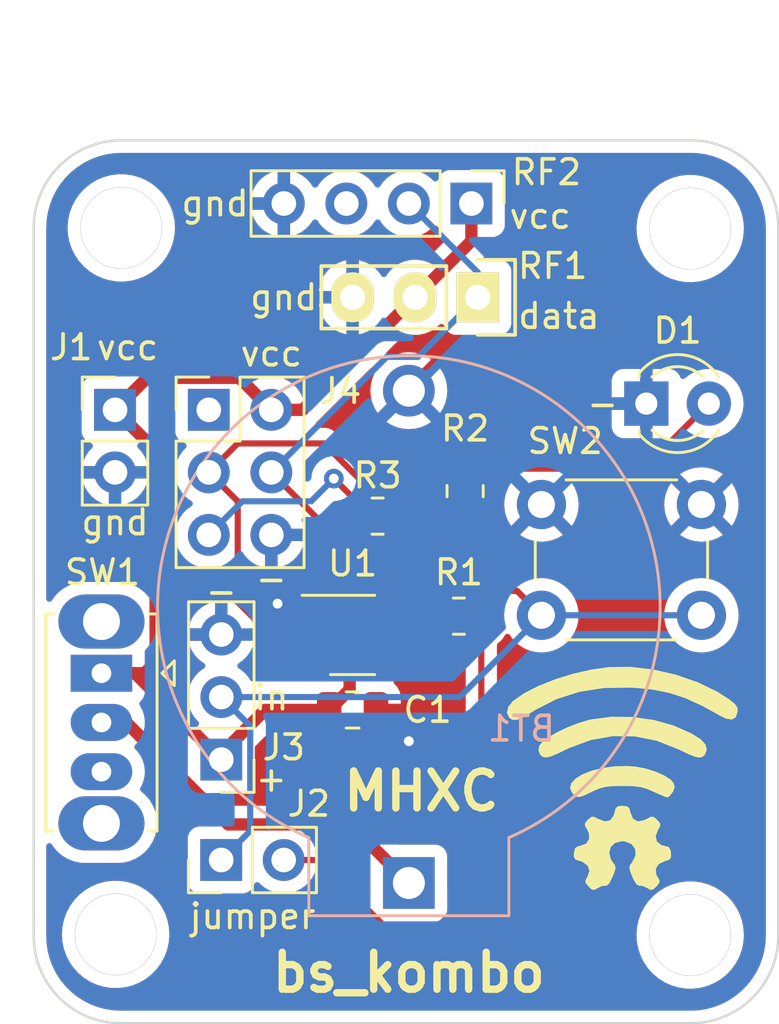
<source format=kicad_pcb>
(kicad_pcb (version 20211014) (generator pcbnew)
  (layers (0 "F.Cu" signal) (31 "B.Cu" signal) (34 "B.Paste" user) (35 "F.Paste" user) (36 "B.SilkS" user "B.Silkscreen") (37 "F.SilkS" user "F.Silkscreen") (38 "B.Mask" user) (39 "F.Mask" user) (44 "Edge.Cuts" user))
  (net 0 "")
  (net 1 "+3V3")
  (net 2 "GND")
  (net 3 "Net-(D1-Pad2)")
  (net 4 "Net-(J2-Pad1)")
  (net 5 "Net-(J2-Pad2)")
  (net 7 "Net-(J4-Pad3)")
  (net 8 "Net-(J4-Pad4)")
  (net 9 "Net-(J4-Pad5)")
  (net 11 "Net-(BT1-Pad1)")
  (footprint "Connector_PinHeader_2.54mm:PinHeader_1x02_P2.54mm_Vertical" (layer "F.Cu") (at 180.335 104.394 90)
    (property "Reference" "J1")
    (property "Value" "Conn_01x02")
    (fp_text reference "J2" (at 2.286 3.561 180) (layer "F.SilkS"))
    (fp_text value "Conn_01x02")
    (fp_line (start 1.33 1.27) (end 1.33 3.87) (layer "F.SilkS") (width 0.12))
    (fp_line (start -1.33 0) (end -1.33 -1.33) (layer "F.SilkS") (width 0.12))
    (fp_line (start -1.33 -1.33) (end 0 -1.33) (layer "F.SilkS") (width 0.12))
    (fp_line (start -1.33 1.27) (end -1.33 3.87) (layer "F.SilkS") (width 0.12))
    (fp_line (start -1.33 3.87) (end 1.33 3.87) (layer "F.SilkS") (width 0.12))
    (fp_line (start -1.33 1.27) (end 1.33 1.27) (layer "F.SilkS") (width 0.12))
    (pad "1" thru_hole rect (at 0 0 90) (size 1.7 1.7) (drill 1) (layers *.Cu *.Mask) (net 4 "Net-(J2-Pad1)"))
    (pad "2" thru_hole oval (at 0 2.54 90) (size 1.7 1.7) (drill 1) (layers *.Cu *.Mask) (net 5 "Net-(J2-Pad2)"))
  )
  (footprint "Resistor_SMD:R_0805_2012Metric" (layer "F.Cu") (at 189.992 94.488 180)
    (property "Reference" "R?")
    (property "Value" "4.7K")
    (fp_text reference "R1" (at 0 1.778) (layer "F.SilkS"))
    (fp_text value "4.7K")
    (fp_line (start -0.227064 0.735) (end 0.227064 0.735) (layer "F.SilkS") (width 0.12))
    (fp_line (start -0.227064 -0.735) (end 0.227064 -0.735) (layer "F.SilkS") (width 0.12))
    (pad "1" smd roundrect (at -0.9125 0 180) (size 1.025 1.4) (layers "F.Cu" "F.Paste" "F.Mask") (roundrect_rratio 0.243902) (net 5 "Net-(J2-Pad2)"))
    (pad "2" smd roundrect (at 0.9125 0 180) (size 1.025 1.4) (layers "F.Cu" "F.Paste" "F.Mask") (roundrect_rratio 0.243902) (net 1 "+3V3"))
  )
  (footprint "Button_Switch_THT:SW_Slide_1P2T_CK_OS102011MS2Q" (layer "F.Cu") (at 175.4705 96.806 -90)
    (fp_text reference "SW1" (at -4.096 -0.0435 180) (layer "F.SilkS"))
    (fp_text value "SW_DPDT_x2")
    (fp_line (start -0.5 -2.96) (end 0 -2.46) (layer "F.SilkS") (width 0.12))
    (fp_line (start 0 -2.46) (end 0.5 -2.96) (layer "F.SilkS") (width 0.12))
    (fp_line (start -2.41 -1.95) (end -2.41 -2.26) (layer "F.SilkS") (width 0.12))
    (fp_line (start 6.41 -2.26) (end 6.41 -1.95) (layer "F.SilkS") (width 0.12))
    (fp_line (start 6.41 2.26) (end 6.41 1.95) (layer "F.SilkS") (width 0.12))
    (fp_line (start 0.5 -2.96) (end -0.5 -2.96) (layer "F.SilkS") (width 0.12))
    (fp_line (start -2.41 -2.26) (end 6.41 -2.26) (layer "F.SilkS") (width 0.12))
    (fp_line (start 6.41 2.26) (end -2.41 2.26) (layer "F.SilkS") (width 0.12))
    (fp_line (start -2.41 2.26) (end -2.41 1.95) (layer "F.SilkS") (width 0.12))
    (pad "" thru_hole oval (at 6.1 0 270) (size 2.2 3.5) (drill 1.5) (layers *.Cu *.Mask))
    (pad "" thru_hole oval (at -2.1 0 270) (size 2.2 3.5) (drill 1.5) (layers *.Cu *.Mask))
    (pad "1" thru_hole rect (at 0 0 270) (size 1.5 2.5) (drill 0.8) (layers *.Cu *.Mask) (net 1 "+3V3"))
    (pad "2" thru_hole oval (at 2 0 270) (size 1.5 2.5) (drill 0.8) (layers *.Cu *.Mask) (net 11 "Net-(BT1-Pad1)"))
    (pad "3" thru_hole oval (at 4 0 270) (size 1.5 2.5) (drill 0.8) (layers *.Cu *.Mask))
  )
  (footprint "LED_THT:LED_D3.0mm" (layer "F.Cu") (at 197.607 85.852)
    (property "Reference" "D1")
    (property "Value" "SFH4346")
    (fp_text reference "D1" (at 1.27 -2.96) (layer "F.SilkS"))
    (fp_text value "1")
    (fp_line (start -0.29 1.08) (end -0.29 1.236) (layer "F.SilkS") (width 0.12))
    (fp_line (start -0.29 -1.236) (end -0.29 -1.08) (layer "F.SilkS") (width 0.12))
    (fp_arc (start -0.29 -1.235516) (mid 1.366487 -1.987659) (end 2.942335 -1.078608) (layer "F.SilkS") (width 0.12))
    (fp_arc (start 2.942335 1.078608) (mid 1.366487 1.987659) (end -0.29 1.235516) (layer "F.SilkS") (width 0.12))
    (fp_arc (start 0.229039 -1.08) (mid 1.270117 -1.5) (end 2.31113 -1.079837) (layer "F.SilkS") (width 0.12))
    (fp_arc (start 2.31113 1.079837) (mid 1.270117 1.5) (end 0.229039 1.08) (layer "F.SilkS") (width 0.12))
    (pad "1" thru_hole rect (at 0 0) (size 1.8 1.8) (drill 0.9) (layers *.Cu *.Mask) (net 2 "GND"))
    (pad "2" thru_hole circle (at 2.54 0) (size 1.8 1.8) (drill 0.9) (layers *.Cu *.Mask) (net 3 "Net-(D1-Pad2)"))
  )
  (footprint "Connector_PinHeader_2.54mm:PinHeader_2x03_P2.54mm_Vertical" (layer "F.Cu") (at 179.832 86.106)
    (property "Reference" "J?")
    (property "Value" "AVR-ISP-6")
    (fp_text reference "J4" (at 5.334 -0.762) (layer "F.SilkS"))
    (fp_text value "AVR-ISP-6")
    (fp_line (start -1.33 1.27) (end -1.33 6.41) (layer "F.SilkS") (width 0.12))
    (fp_line (start -1.33 -1.33) (end 0 -1.33) (layer "F.SilkS") (width 0.12))
    (fp_line (start -1.33 1.27) (end 1.27 1.27) (layer "F.SilkS") (width 0.12))
    (fp_line (start 3.87 -1.33) (end 3.87 6.41) (layer "F.SilkS") (width 0.12))
    (fp_line (start -1.33 6.41) (end 3.87 6.41) (layer "F.SilkS") (width 0.12))
    (fp_line (start 1.27 1.27) (end 1.27 -1.33) (layer "F.SilkS") (width 0.12))
    (fp_line (start 1.27 -1.33) (end 3.87 -1.33) (layer "F.SilkS") (width 0.12))
    (fp_line (start -1.33 0) (end -1.33 -1.33) (layer "F.SilkS") (width 0.12))
    (pad "1" thru_hole rect (at 0 0) (size 1.7 1.7) (drill 1) (layers *.Cu *.Mask))
    (pad "2" thru_hole oval (at 2.54 0) (size 1.7 1.7) (drill 1) (layers *.Cu *.Mask) (net 1 "+3V3"))
    (pad "3" thru_hole oval (at 0 2.54) (size 1.7 1.7) (drill 1) (layers *.Cu *.Mask) (net 7 "Net-(J4-Pad3)"))
    (pad "4" thru_hole oval (at 2.54 2.54) (size 1.7 1.7) (drill 1) (layers *.Cu *.Mask) (net 8 "Net-(J4-Pad4)"))
    (pad "5" thru_hole oval (at 0 5.08) (size 1.7 1.7) (drill 1) (layers *.Cu *.Mask) (net 9 "Net-(J4-Pad5)"))
    (pad "6" thru_hole oval (at 2.54 5.08) (size 1.7 1.7) (drill 1) (layers *.Cu *.Mask) (net 2 "GND"))
  )
  (footprint "Package_TO_SOT_SMD:SOT-23-6_Handsoldering" (layer "F.Cu") (at 185.674 95.25)
    (fp_text reference "U1" (at 0 -2.9) (layer "F.SilkS"))
    (fp_text value "ATtiny10-TS")
    (fp_line (start -0.9 1.61) (end 0.9 1.61) (layer "F.SilkS") (width 0.12))
    (fp_line (start 0.9 -1.61) (end -2.05 -1.61) (layer "F.SilkS") (width 0.12))
    (pad "1" smd rect (at -1.35 -0.95) (size 1.56 0.65) (layers "F.Cu" "F.Paste" "F.Mask") (net 8 "Net-(J4-Pad4)"))
    (pad "2" smd rect (at -1.35 0) (size 1.56 0.65) (layers "F.Cu" "F.Paste" "F.Mask") (net 2 "GND"))
    (pad "3" smd rect (at -1.35 0.95) (size 1.56 0.65) (layers "F.Cu" "F.Paste" "F.Mask") (net 7 "Net-(J4-Pad3)"))
    (pad "4" smd rect (at 1.35 0.95) (size 1.56 0.65) (layers "F.Cu" "F.Paste" "F.Mask") (net 4 "Net-(J2-Pad1)"))
    (pad "5" smd rect (at 1.35 0) (size 1.56 0.65) (layers "F.Cu" "F.Paste" "F.Mask") (net 1 "+3V3"))
    (pad "6" smd rect (at 1.35 -0.95) (size 1.56 0.65) (layers "F.Cu" "F.Paste" "F.Mask") (net 9 "Net-(J4-Pad5)"))
  )
  (footprint "LOGO" (layer "F.Cu") (at 196.596 101.092)
    (fp_text reference "G***" hide)
    (fp_text value "LOGO" hide)
    (fp_poly (pts (xy 0.235291 1.120498) (xy 0.328675 1.214441) (xy 0.373664 1.38767) (xy 0.478976 1.631611) (xy 0.667504 1.73191) (xy 0.924858 1.683296) (xy 1.03127 1.628511) (xy 1.204258 1.539977) (xy 1.318008 1.551689) (xy 1.453016 1.669386) (xy 1.572286 1.805197) (xy 1.581078 1.914311) (xy 1.486181 2.079326) (xy 1.393205 2.334268) (xy 1.445214 2.552172) (xy 1.626319 2.694511) (xy 1.752254 2.724434) (xy 1.924737 2.774381) (xy 1.999418 2.907548) (xy 2.015617 3.019055) (xy 2.013534 3.210002) (xy 1.924828 3.302174) (xy 1.777361 3.344473) (xy 1.525663 3.462492) (xy 1.398962 3.656048) (xy 1.415211 3.887475) (xy 1.470285 3.988776) (xy 1.554369 4.135302) (xy 1.532991 4.24741) (xy 1.42328 4.377421) (xy 1.284339 4.505392) (xy 1.173113 4.515563) (xy 1.036695 4.438608) (xy 0.852182 4.354679) (xy 0.72161 4.347872) (xy 0.617855 4.301328) (xy 0.49339 4.10122) (xy 0.443567 3.989569) (xy 0.348958 3.74959) (xy 0.320372 3.605392) (xy 0.356926 3.497199) (xy 0.434784 3.39355) (xy 0.571708 3.120181) (xy 0.558525 2.863445) (xy 0.413161 2.660922) (xy 0.153545 2.550192) (xy 0.027622 2.54) (xy -0.254385 2.606876) (xy -0.434776 2.780896) (xy -0.495886 3.022149) (xy -0.420053 3.290724) (xy -0.350118 3.39355) (xy -0.260861 3.516787) (xy -0.236025 3.627064) (xy -0.276488 3.784159) (xy -0.358901 3.989569) (xy -0.488528 4.243776) (xy -0.601204 4.349263) (xy -0.636943 4.347872) (xy -0.783452 4.359269) (xy -0.952029 4.438608) (xy -1.104293 4.520488) (xy -1.214585 4.495598) (xy -1.338614 4.377421) (xy -1.458194 4.230461) (xy -1.463929 4.118386) (xy -1.385618 3.988776) (xy -1.302706 3.752651) (xy -1.370426 3.538277) (xy -1.570826 3.38332) (xy -1.692695 3.344473) (xy -1.875007 3.283567) (xy -1.935941 3.171356) (xy -1.930951 3.019055) (xy -1.885339 2.825021) (xy -1.766634 2.741851) (xy -1.667588 2.724434) (xy -1.430654 2.630053) (xy -1.311952 2.440812) (xy -1.32856 2.197653) (xy -1.393617 2.067613) (xy -1.487667 1.903308) (xy -1.477842 1.79466) (xy -1.363646 1.664682) (xy -1.230207 1.549473) (xy -1.116916 1.540706) (xy -0.946603 1.628511) (xy -0.668052 1.731866) (xy -0.453161 1.684417) (xy -0.316321 1.491434) (xy -0.288997 1.38767) (xy -0.233104 1.191943) (xy -0.127576 1.113585) (xy 0.042333 1.100666)) (layer "F.SilkS") (width 0) (fill solid))
    (fp_poly (pts (xy 0.574587 -0.493149) (xy 0.983067 -0.416937) (xy 1.386293 -0.290446) (xy 1.740945 -0.132236) (xy 2.003703 0.039133) (xy 2.115418 0.167) (xy 2.167422 0.341666) (xy 2.100687 0.520832) (xy 2.078399 0.55601) (xy 1.958743 0.704489) (xy 1.870946 0.762) (xy 1.761782 0.728384) (xy 1.548297 0.640646) (xy 1.301398 0.529166) (xy 1.023823 0.411042) (xy 0.771988 0.340582) (xy 0.483368 0.306226) (xy 0.09544 0.296411) (xy 0.042333 0.296333) (xy -0.355812 0.303561) (xy -0.645295 0.332821) (xy -0.886453 0.395479) (xy -1.13962 0.502899) (xy -1.193772 0.529166) (xy -1.49403 0.671786) (xy -1.686483 0.740083) (xy -1.813778 0.73744) (xy -1.918563 0.667239) (xy -1.989978 0.592322) (xy -2.090667 0.389058) (xy -2.042586 0.186957) (xy -1.866135 -0.005346) (xy -1.581711 -0.179218) (xy -1.209713 -0.326025) (xy -0.770541 -0.437133) (xy -0.284593 -0.503908) (xy 0.227732 -0.517715)) (layer "F.SilkS") (width 0) (fill solid))
    (fp_poly (pts (xy 0.461481 -2.509053) (xy 1.315177 -2.387509) (xy 2.123691 -2.161975) (xy 2.848062 -1.839502) (xy 3.219094 -1.607413) (xy 3.411962 -1.399879) (xy 3.470676 -1.171419) (xy 3.385431 -0.964937) (xy 3.369733 -0.948267) (xy 3.268424 -0.8761) (xy 3.13905 -0.859166) (xy 2.951149 -0.904522) (xy 2.67426 -1.019225) (xy 2.312367 -1.193243) (xy 1.434665 -1.539551) (xy 0.544268 -1.717925) (xy -0.350496 -1.728361) (xy -1.241299 -1.570858) (xy -2.119813 -1.245409) (xy -2.22375 -1.1952) (xy -2.614356 -1.008251) (xy -2.887438 -0.898515) (xy -3.072954 -0.860001) (xy -3.200862 -0.886718) (xy -3.30112 -0.972674) (xy -3.306198 -0.978726) (xy -3.37287 -1.158811) (xy -3.337164 -1.338559) (xy -3.212497 -1.500162) (xy -2.95918 -1.690109) (xy -2.611582 -1.890929) (xy -2.20407 -2.085152) (xy -1.771013 -2.255306) (xy -1.346778 -2.383921) (xy -1.225603 -2.411956) (xy -0.398434 -2.519553)) (layer "F.SilkS") (width 0) (fill solid))
    (fp_poly (pts (xy 1.2844 -4.4395) (xy 2.208173 -4.228316) (xy 3.09224 -3.923864) (xy 3.893035 -3.537841) (xy 4.386708 -3.22099) (xy 4.609467 -3.038901) (xy 4.712163 -2.89086) (xy 4.725375 -2.734736) (xy 4.648144 -2.49624) (xy 4.487357 -2.39953) (xy 4.237952 -2.443415) (xy 3.997238 -2.563415) (xy 3.256042 -2.972228) (xy 2.585687 -3.274627) (xy 1.938828 -3.485465) (xy 1.268121 -3.619596) (xy 0.526223 -3.691875) (xy 0.375435 -3.699743) (xy -0.710365 -3.683824) (xy -1.709631 -3.528669) (xy -2.637384 -3.230541) (xy -3.508647 -2.785703) (xy -3.645635 -2.699485) (xy -3.993342 -2.49252) (xy -4.243327 -2.39171) (xy -4.423801 -2.390007) (xy -4.555067 -2.472267) (xy -4.652523 -2.674602) (xy -4.603584 -2.911984) (xy -4.416267 -3.14996) (xy -4.392586 -3.17049) (xy -3.942698 -3.480375) (xy -3.362256 -3.775442) (xy -2.690036 -4.042066) (xy -1.964813 -4.266624) (xy -1.225364 -4.435495) (xy -0.510463 -4.535054) (xy -0.508 -4.535269) (xy 0.364486 -4.545717)) (layer "F.SilkS") (width 0) (fill solid))
  )
  (footprint "Connector_PinHeader_2.54mm:PinHeader_1x03_P2.54mm_Vertical" (layer "F.Cu") (at 180.34 100.315 180)
    (fp_text reference "J3" (at -2.54 0.493 180) (layer "F.SilkS"))
    (fp_text value "Conn_01x03")
    (fp_line (start -1.33 1.27) (end 1.33 1.27) (layer "F.SilkS") (width 0.12))
    (fp_line (start -1.33 6.41) (end 1.33 6.41) (layer "F.SilkS") (width 0.12))
    (fp_line (start -1.33 0) (end -1.33 -1.33) (layer "F.SilkS") (width 0.12))
    (fp_line (start -1.33 1.27) (end -1.33 6.41) (layer "F.SilkS") (width 0.12))
    (fp_line (start 1.33 1.27) (end 1.33 6.41) (layer "F.SilkS") (width 0.12))
    (fp_line (start -1.33 -1.33) (end 0 -1.33) (layer "F.SilkS") (width 0.12))
    (pad "1" thru_hole rect (at 0 0 180) (size 1.7 1.7) (drill 1) (layers *.Cu *.Mask) (net 1 "+3V3"))
    (pad "2" thru_hole oval (at 0 2.54 180) (size 1.7 1.7) (drill 1) (layers *.Cu *.Mask) (net 4 "Net-(J2-Pad1)"))
    (pad "3" thru_hole oval (at 0 5.08 180) (size 1.7 1.7) (drill 1) (layers *.Cu *.Mask) (net 2 "GND"))
  )
  (footprint "Resistor_SMD:R_0805_2012Metric" (layer "F.Cu") (at 186.69 90.424)
    (property "Reference" "R?")
    (property "Value" "4.7K")
    (fp_text reference "R3" (at 0 -1.65) (layer "F.SilkS"))
    (fp_text value "4.7K")
    (fp_line (start -0.227064 -0.735) (end 0.227064 -0.735) (layer "F.SilkS") (width 0.12))
    (fp_line (start -0.227064 0.735) (end 0.227064 0.735) (layer "F.SilkS") (width 0.12))
    (pad "1" smd roundrect (at -0.9125 0) (size 1.025 1.4) (layers "F.Cu" "F.Paste" "F.Mask") (roundrect_rratio 0.243902) (net 9 "Net-(J4-Pad5)"))
    (pad "2" smd roundrect (at 0.9125 0) (size 1.025 1.4) (layers "F.Cu" "F.Paste" "F.Mask") (roundrect_rratio 0.243902) (net 1 "+3V3"))
  )
  (footprint "Connector_PinHeader_2.54mm:PinHeader_1x02_P2.54mm_Vertical" (layer "F.Cu") (at 176.022 86.106)
    (property "Reference" "J1")
    (property "Value" "Conn_01x02")
    (fp_text reference "J1" (at -1.778 -2.54) (layer "F.SilkS"))
    (fp_text value "Conn_01x02")
    (fp_line (start 1.33 1.27) (end 1.33 3.87) (layer "F.SilkS") (width 0.12))
    (fp_line (start -1.33 -1.33) (end 0 -1.33) (layer "F.SilkS") (width 0.12))
    (fp_line (start -1.33 0) (end -1.33 -1.33) (layer "F.SilkS") (width 0.12))
    (fp_line (start -1.33 1.27) (end -1.33 3.87) (layer "F.SilkS") (width 0.12))
    (fp_line (start -1.33 1.27) (end 1.33 1.27) (layer "F.SilkS") (width 0.12))
    (fp_line (start -1.33 3.87) (end 1.33 3.87) (layer "F.SilkS") (width 0.12))
    (pad "1" thru_hole rect (at 0 0) (size 1.7 1.7) (drill 1) (layers *.Cu *.Mask) (net 1 "+3V3"))
    (pad "2" thru_hole oval (at 0 2.54) (size 1.7 1.7) (drill 1) (layers *.Cu *.Mask) (net 2 "GND"))
  )
  (footprint "Capacitor_SMD:C_0805_2012Metric" (layer "F.Cu") (at 185.674 98.298)
    (fp_text reference "C1" (at 3.048 0) (layer "F.SilkS"))
    (fp_text value "100n")
    (fp_line (start -0.261252 0.735) (end 0.261252 0.735) (layer "F.SilkS") (width 0.12))
    (fp_line (start -0.261252 -0.735) (end 0.261252 -0.735) (layer "F.SilkS") (width 0.12))
    (pad "1" smd roundrect (at -0.95 0) (size 1 1.45) (layers "F.Cu" "F.Paste" "F.Mask") (net 1 "+3V3"))
    (pad "2" smd roundrect (at 0.95 0) (size 1 1.45) (layers "F.Cu" "F.Paste" "F.Mask") (net 2 "GND"))
  )
  (footprint "Resistor_SMD:R_0805_2012Metric" (layer "F.Cu") (at 190.246 89.408 -90)
    (property "Reference" "R?")
    (property "Value" "4.7K")
    (fp_text reference "R2" (at -2.54 0 180) (layer "F.SilkS"))
    (fp_text value "1K")
    (fp_line (start -0.227064 0.735) (end 0.227064 0.735) (layer "F.SilkS") (width 0.12))
    (fp_line (start -0.227064 -0.735) (end 0.227064 -0.735) (layer "F.SilkS") (width 0.12))
    (pad "1" smd roundrect (at -0.9125 0 270) (size 1.025 1.4) (layers "F.Cu" "F.Paste" "F.Mask") (roundrect_rratio 0.243902) (net 3 "Net-(D1-Pad2)"))
    (pad "2" smd roundrect (at 0.9125 0 270) (size 1.025 1.4) (layers "F.Cu" "F.Paste" "F.Mask") (roundrect_rratio 0.243902) (net 7 "Net-(J4-Pad3)"))
  )
  (footprint "Sensors:RF_Transmitter_433_MHz" (layer "F.Cu") (at 188.214 81.534 180)
    (fp_text reference "RF1" (at -5.588 1.27) (layer "F.SilkS"))
    (fp_text value "RF_Transmitter_433_MHz")
    (fp_line (start -1.27 -1.27) (end 3.81 -1.27) (layer "F.SilkS") (width 0.15))
    (fp_line (start -4.064 -1.524) (end -4.064 1.524) (layer "F.SilkS") (width 0.15))
    (fp_line (start -2.54 -1.524) (end -4.064 -1.524) (layer "F.SilkS") (width 0.15))
    (fp_line (start -4.064 1.524) (end -2.54 1.524) (layer "F.SilkS") (width 0.15))
    (fp_line (start 3.81 1.27) (end -1.27 1.27) (layer "F.SilkS") (width 0.15))
    (fp_line (start 3.81 -1.27) (end 3.81 1.27) (layer "F.SilkS") (width 0.15))
    (fp_line (start -1.27 1.27) (end -1.27 -1.27) (layer "F.SilkS") (width 0.15))
    (pad "1" thru_hole rect locked (at -2.54 0 270) (size 2.032 1.7272) (drill 1.016) (layers *.Cu *.Mask "F.SilkS") (net 8 "Net-(J4-Pad4)"))
    (pad "2" thru_hole oval locked (at 0 0 270) (size 2.032 1.7272) (drill 1.016) (layers *.Cu *.Mask "F.SilkS") (net 1 "+3V3"))
    (pad "3" thru_hole oval locked (at 2.54 0 270) (size 2.032 1.7272) (drill 1.016) (layers *.Cu *.Mask "F.SilkS") (net 2 "GND"))
  )
  (footprint "Button_Switch_THT:SW_PUSH_6mm_H4.3mm" (layer "F.Cu") (at 199.846 94.452 180)
    (fp_text reference "SW2" (at 5.536 7.076) (layer "F.SilkS"))
    (fp_text value "SW_Push_Dual_x2")
    (fp_line (start 6.75 3) (end 6.75 1.5) (layer "F.SilkS") (width 0.12))
    (fp_line (start -0.25 1.5) (end -0.25 3) (layer "F.SilkS") (width 0.12))
    (fp_line (start 1 5.5) (end 5.5 5.5) (layer "F.SilkS") (width 0.12))
    (fp_line (start 5.5 -1) (end 1 -1) (layer "F.SilkS") (width 0.12))
    (pad "1" thru_hole circle (at 6.5 0 270) (size 2 2) (drill 1.1) (layers *.Cu *.Mask) (net 4 "Net-(J2-Pad1)"))
    (pad "1" thru_hole circle (at 0 0 270) (size 2 2) (drill 1.1) (layers *.Cu *.Mask) (net 4 "Net-(J2-Pad1)"))
    (pad "2" thru_hole circle (at 6.5 4.5 270) (size 2 2) (drill 1.1) (layers *.Cu *.Mask) (net 2 "GND"))
    (pad "2" thru_hole circle (at 0 4.5 270) (size 2 2) (drill 1.1) (layers *.Cu *.Mask) (net 2 "GND"))
  )
  (footprint "Connector_PinHeader_2.54mm:PinHeader_1x04_P2.54mm_Vertical" (layer "F.Cu") (at 190.5 77.724 -90)
    (fp_text reference "RF2" (at -1.27 -3.048 180) (layer "F.SilkS"))
    (fp_text value "RF_Receiver_433_MHz")
    (fp_line (start -1.33 0) (end -1.33 -1.33) (layer "F.SilkS") (width 0.12))
    (fp_line (start -1.33 8.95) (end 1.33 8.95) (layer "F.SilkS") (width 0.12))
    (fp_line (start -1.33 1.27) (end 1.33 1.27) (layer "F.SilkS") (width 0.12))
    (fp_line (start -1.33 1.27) (end -1.33 8.95) (layer "F.SilkS") (width 0.12))
    (fp_line (start 1.33 1.27) (end 1.33 8.95) (layer "F.SilkS") (width 0.12))
    (fp_line (start -1.33 -1.33) (end 0 -1.33) (layer "F.SilkS") (width 0.12))
    (pad "1" thru_hole rect (at 0 0 270) (size 1.7 1.7) (drill 1) (layers *.Cu *.Mask) (net 1 "+3V3"))
    (pad "2" thru_hole oval (at 0 2.54 270) (size 1.7 1.7) (drill 1) (layers *.Cu *.Mask) (net 8 "Net-(J4-Pad4)"))
    (pad "3" thru_hole oval (at 0 5.08 270) (size 1.7 1.7) (drill 1) (layers *.Cu *.Mask))
    (pad "4" thru_hole oval (at 0 7.62 270) (size 1.7 1.7) (drill 1) (layers *.Cu *.Mask) (net 2 "GND"))
  )
  (footprint "Battery:BatteryHolder_ComfortableElectronic_CH273-2450_1x2450" (layer "B.Cu") (at 187.96 105.327604 90)
    (property "Reference" "BT?")
    (property "Value" "Battery_Cell")
    (fp_text reference "BT1" (at 6.267604 4.572) (layer "B.SilkS") (effects (justify mirror)))
    (fp_text value "Battery_Cell")
    (fp_line (start -1.33 4.064) (end 1.845 4.064) (layer "B.SilkS") (width 0.12))
    (fp_line (start -1.33 -4.064) (end -1.33 4.064) (layer "B.SilkS") (width 0.12))
    (fp_line (start 1.845 -4.064) (end -1.33 -4.064) (layer "B.SilkS") (width 0.12))
    (fp_arc (start 1.845 -4.064) (mid 21.418641 0) (end 1.845 4.064) (layer "B.SilkS") (width 0.12))
    (pad "1" thru_hole rect (at 0 0 180) (size 2.1 2.1) (drill 1.3) (layers *.Cu *.Mask) (net 11 "Net-(BT1-Pad1)"))
    (pad "2" thru_hole circle (at 20 0 180) (size 2.1 2.1) (drill 1.3) (layers *.Cu *.Mask) (net 2 "GND"))
  )
  (gr_line (start 202.971528 78.714472) (end 202.971528 107.467528) (layer "Edge.Cuts") (width 0.1))
  (gr_arc (start 202.971528 107.467528) (mid 201.93 109.982) (end 199.415528 111.023528) (layer "Edge.Cuts") (width 0.1))
  (gr_arc (start 172.72 78.71447) (mid 173.761528 76.199998) (end 176.276 75.15847) (layer "Edge.Cuts") (width 0.1))
  (gr_line (start 199.415528 111.023528) (end 176.250472 111.023528) (layer "Edge.Cuts") (width 0.1))
  (gr_line (start 172.72 107.467528) (end 172.72 78.71447) (layer "Edge.Cuts") (width 0.1))
  (gr_arc (start 176.250472 111.023528) (mid 173.745009 109.980441) (end 172.72 107.467528) (layer "Edge.Cuts") (width 0.1))
  (gr_arc (start 199.415528 75.158472) (mid 201.93 76.2) (end 202.971528 78.714472) (layer "Edge.Cuts") (width 0.1))
  (gr_line (start 199.415528 75.158472) (end 176.276 75.15847) (layer "Edge.Cuts") (width 0.1))
  (gr_text "vcc" (at 176.53 83.566) (layer "F.SilkS") (effects (font (size 1 1))))
  (gr_text "-" (at 195.834 85.852) (layer "F.SilkS") (effects (font (size 1 1))))
  (gr_text "data" (at 194.056 82.296) (layer "F.SilkS") (effects (font (size 1 1))))
  (gr_text "gnd" (at 176.022 90.678) (layer "F.SilkS") (effects (font (size 1 1))))
  (gr_text "vcc" (at 182.372 83.82) (layer "F.SilkS") (effects (font (size 1 1))))
  (gr_text "gnd" (at 182.88 81.534) (layer "F.SilkS") (effects (font (size 1 1))))
  (gr_text "-" (at 182.372 92.964) (layer "F.SilkS") (effects (font (size 1 1))))
  (gr_text "bs_kombo" (at 187.96 108.966) (layer "F.SilkS") (effects (font (size 1.5 1.5) (thickness 0.3))))
  (gr_text "jumper" (at 181.61 106.68) (layer "F.SilkS") (effects (font (size 1 1))))
  (gr_text "+" (at 182.372 101.092) (layer "F.SilkS") (effects (font (size 1 1))))
  (gr_text "-" (at 180.34 93.472) (layer "F.SilkS") (effects (font (size 1 1))))
  (gr_text "in" (at 182.372 97.79) (layer "F.SilkS") (effects (font (size 1 1))))
  (gr_text "gnd" (at 180.086 77.724) (layer "F.SilkS") (effects (font (size 1 1))))
  (gr_text "MHXC" (at 188.468 101.6) (layer "F.SilkS") (effects (font (size 1.5 1.5) (thickness 0.3))))
  (gr_text "vcc" (at 193.294 78.232) (layer "F.SilkS") (effects (font (size 1 1))))
  (via (at 199.39 78.74) (size 3.31) (drill 3.3) (layers "F.Cu" "B.Cu") (net 0))
  (via (at 176.276 78.71447) (size 3.31) (drill 3.3) (layers "F.Cu" "B.Cu") (net 0))
  (via (at 199.39 107.442) (size 3.31) (drill 3.3) (layers "F.Cu" "B.Cu") (net 0))
  (via (at 176.047528 107.416472) (size 3.31) (drill 3.3) (layers "F.Cu" "B.Cu") (net 0))
  (segment (start 176.831 96.806) (end 180.34 100.315) (width 0.5) (layer "F.Cu") (net 1))
  (segment (start 180.34 100.076) (end 182.118 98.298) (width 0.5) (layer "F.Cu") (net 1))
  (segment (start 175.4705 96.806) (end 176.831 96.806) (width 0.5) (layer "F.Cu") (net 1))
  (segment (start 189.0795 94.488) (end 187.198 92.6065) (width 0.5) (layer "F.Cu") (net 1))
  (segment (start 185.554 95.665) (end 185.554 97.468) (width 0.5) (layer "F.Cu") (net 1))
  (segment (start 182.372 86.106) (end 183.642 86.106) (width 0.5) (layer "F.Cu") (net 1))
  (segment (start 177.6705 87.7545) (end 176.022 86.106) (width 0.5) (layer "F.Cu") (net 1))
  (segment (start 187.198 92.6065) (end 187.198 90.8285) (width 0.5) (layer "F.Cu") (net 1))
  (segment (start 183.642 86.106) (end 188.214 81.534) (width 0.5) (layer "F.Cu") (net 1))
  (segment (start 190.5 79.248) (end 188.214 81.534) (width 0.5) (layer "F.Cu") (net 1))
  (segment (start 182.118 98.298) (end 184.724 98.298) (width 0.5) (layer "F.Cu") (net 1))
  (segment (start 180.34 100.315) (end 180.34 100.076) (width 0.5) (layer "F.Cu") (net 1))
  (segment (start 182.372 86.106) (end 181.072 84.806) (width 0.5) (layer "F.Cu") (net 1))
  (segment (start 187.024 95.25) (end 185.969 95.25) (width 0.5) (layer "F.Cu") (net 1))
  (segment (start 177.322 84.806) (end 176.022 86.106) (width 0.5) (layer "F.Cu") (net 1))
  (segment (start 185.969 95.25) (end 185.554 95.665) (width 0.5) (layer "F.Cu") (net 1))
  (segment (start 177.2205 96.806) (end 177.6705 96.356) (width 0.5) (layer "F.Cu") (net 1))
  (segment (start 190.5 77.724) (end 190.5 79.248) (width 0.5) (layer "F.Cu") (net 1))
  (segment (start 185.554 97.468) (end 184.724 98.298) (width 0.5) (layer "F.Cu") (net 1))
  (segment (start 177.6705 96.356) (end 177.6705 87.7545) (width 0.5) (layer "F.Cu") (net 1))
  (segment (start 175.4705 96.806) (end 177.2205 96.806) (width 0.5) (layer "F.Cu") (net 1))
  (segment (start 181.072 84.806) (end 177.322 84.806) (width 0.5) (layer "F.Cu") (net 1))
  (segment (start 187.024 95.25) (end 188.3175 95.25) (width 0.5) (layer "F.Cu") (net 1))
  (segment (start 187.198 90.8285) (end 187.6025 90.424) (width 0.5) (layer "F.Cu") (net 1))
  (segment (start 188.3175 95.25) (end 189.0795 94.488) (width 0.5) (layer "F.Cu") (net 1))
  (segment (start 182.626 94.607) (end 182.626 93.98) (width 0.5) (layer "F.Cu") (net 2))
  (segment (start 183.269 95.25) (end 182.626 94.607) (width 0.5) (layer "F.Cu") (net 2))
  (segment (start 184.324 95.25) (end 183.269 95.25) (width 0.5) (layer "F.Cu") (net 2))
  (via (at 187.96 99.568) (size 0.8) (drill 0.4) (layers "F.Cu" "B.Cu") (net 2))
  (via (at 182.626 93.98) (size 0.8) (drill 0.4) (layers "F.Cu" "B.Cu") (net 2))
  (segment (start 197.5035 88.4955) (end 200.147 85.852) (width 0.25) (layer "F.Cu") (net 3))
  (segment (start 190.246 88.4955) (end 197.5035 88.4955) (width 0.25) (layer "F.Cu") (net 3))
  (segment (start 192.357 93.463) (end 193.346 94.452) (width 0.25) (layer "F.Cu") (net 4))
  (segment (start 190.403827 93.463) (end 192.357 93.463) (width 0.25) (layer "F.Cu") (net 4))
  (segment (start 190.067 95.176173) (end 190.067 93.799827) (width 0.25) (layer "F.Cu") (net 4))
  (segment (start 190.067 93.799827) (end 190.403827 93.463) (width 0.25) (layer "F.Cu") (net 4))
  (segment (start 187.024 96.2) (end 189.043173 96.2) (width 0.25) (layer "F.Cu") (net 4))
  (segment (start 189.043173 96.2) (end 190.067 95.176173) (width 0.25) (layer "F.Cu") (net 4))
  (segment (start 181.515 98.95) (end 181.515 103.214) (width 0.25) (layer "B.Cu") (net 4))
  (segment (start 180.34 97.775) (end 181.515 98.95) (width 0.25) (layer "B.Cu") (net 4))
  (segment (start 193.346 94.452) (end 199.846 94.452) (width 0.25) (layer "B.Cu") (net 4))
  (segment (start 181.515 103.214) (end 180.335 104.394) (width 0.25) (layer "B.Cu") (net 4))
  (segment (start 180.34 97.775) (end 190.023 97.775) (width 0.25) (layer "B.Cu") (net 4))
  (segment (start 190.023 97.775) (end 193.346 94.452) (width 0.25) (layer "B.Cu") (net 4))
  (segment (start 184.912 104.394) (end 186.182 105.664) (width 0.25) (layer "F.Cu") (net 5))
  (segment (start 189.005001 107.238311) (end 190.9045 105.338812) (width 0.25) (layer "F.Cu") (net 5))
  (segment (start 186.182 105.664) (end 186.182 106.299604) (width 0.25) (layer "F.Cu") (net 5))
  (segment (start 187.120707 107.238311) (end 189.005001 107.238311) (width 0.25) (layer "F.Cu") (net 5))
  (segment (start 186.182 106.299604) (end 187.120707 107.238311) (width 0.25) (layer "F.Cu") (net 5))
  (segment (start 190.9045 105.338812) (end 190.9045 94.488) (width 0.25) (layer "F.Cu") (net 5))
  (segment (start 182.875 104.394) (end 184.912 104.394) (width 0.25) (layer "F.Cu") (net 5))
  (segment (start 181.007 93.913) (end 181.007 89.821) (width 0.25) (layer "F.Cu") (net 7))
  (segment (start 186.191305 89.154) (end 184.508305 87.471) (width 0.25) (layer "F.Cu") (net 7))
  (segment (start 184.508305 87.471) (end 181.007 87.471) (width 0.25) (layer "F.Cu") (net 7))
  (segment (start 190.246 90.3205) (end 189.0795 89.154) (width 0.25) (layer "F.Cu") (net 7))
  (segment (start 181.007 87.471) (end 179.832 88.646) (width 0.25) (layer "F.Cu") (net 7))
  (segment (start 183.294 96.2) (end 181.007 93.913) (width 0.25) (layer "F.Cu") (net 7))
  (segment (start 181.007 89.821) (end 179.832 88.646) (width 0.25) (layer "F.Cu") (net 7))
  (segment (start 184.324 96.2) (end 183.294 96.2) (width 0.25) (layer "F.Cu") (net 7))
  (segment (start 189.0795 89.154) (end 186.191305 89.154) (width 0.25) (layer "F.Cu") (net 7))
  (segment (start 184.324 94.3) (end 184.324 90.598) (width 0.25) (layer "F.Cu") (net 8))
  (segment (start 184.324 90.598) (end 182.372 88.646) (width 0.25) (layer "F.Cu") (net 8))
  (segment (start 190.754 81.534) (end 190.754 80.518) (width 0.25) (layer "B.Cu") (net 8))
  (segment (start 182.372 88.646) (end 187.065396 83.952604) (width 0.25) (layer "B.Cu") (net 8))
  (segment (start 188.335396 83.952604) (end 190.754 81.534) (width 0.25) (layer "B.Cu") (net 8))
  (segment (start 190.754 80.518) (end 187.96 77.724) (width 0.25) (layer "B.Cu") (net 8))
  (segment (start 187.065396 83.952604) (end 188.335396 83.952604) (width 0.25) (layer "B.Cu") (net 8))
  (segment (start 185.674 90.5275) (end 185.7775 90.424) (width 0.25) (layer "F.Cu") (net 9))
  (segment (start 185.7775 90.424) (end 185.7775 89.7655) (width 0.25) (layer "F.Cu") (net 9))
  (segment (start 187.024 94.3) (end 185.674 92.95) (width 0.25) (layer "F.Cu") (net 9))
  (segment (start 185.674 92.95) (end 185.674 90.5275) (width 0.25) (layer "F.Cu") (net 9))
  (segment (start 185.7775 89.7655) (end 184.912 88.9) (width 0.25) (layer "F.Cu") (net 9))
  (via (at 184.912 88.9) (size 0.8) (drill 0.4) (layers "F.Cu" "B.Cu") (net 9))
  (segment (start 183.991 89.821) (end 181.197 89.821) (width 0.25) (layer "B.Cu") (net 9))
  (segment (start 181.197 89.821) (end 179.832 91.186) (width 0.25) (layer "B.Cu") (net 9))
  (segment (start 184.912 88.9) (end 183.991 89.821) (width 0.25) (layer "B.Cu") (net 9))
  (segment (start 180.622779 102.949001) (end 176.479778 98.806) (width 0.5) (layer "F.Cu") (net 11))
  (segment (start 187.96 105.327604) (end 185.581397 102.949001) (width 0.5) (layer "F.Cu") (net 11))
  (segment (start 176.479778 98.806) (end 175.4705 98.806) (width 0.5) (layer "F.Cu") (net 11))
  (segment (start 185.581397 102.949001) (end 180.622779 102.949001) (width 0.5) (layer "F.Cu") (net 11))
  (zone (net 2) (net_name "GND") (layer "F.Cu") (connect_pads (clearance 0.508)) (min_thickness 0.254) (fill yes (thermal_gap 0.508) (thermal_bridge_width 0.508))
    (polygon (pts (xy 202.946 110.998) (xy 172.72 110.998) (xy 172.72 75.184) (xy 202.946 75.184)))
  )
  (zone (net 2) (net_name "GND") (layer "B.Cu") (connect_pads (clearance 0.508)) (min_thickness 0.254) (fill yes (thermal_gap 0.508) (thermal_bridge_width 0.508))
    (polygon (pts (xy 202.946 110.998) (xy 172.72 110.998) (xy 172.72 75.184) (xy 202.946 75.184)))
  )
)
</source>
